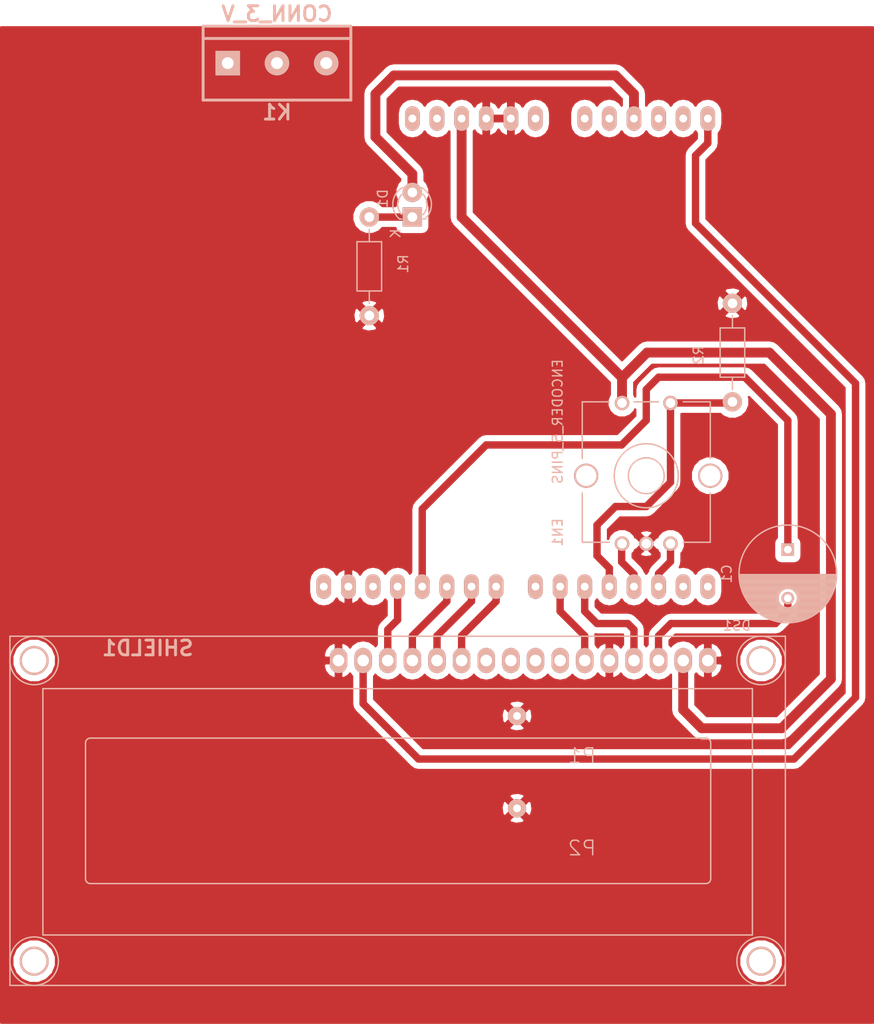
<source format=kicad_pcb>
(kicad_pcb (version 4) (host pcbnew "(2015-07-07 BZR 5906)-product")

  (general
    (links 27)
    (no_connects 1)
    (area 0 0 0 0)
    (thickness 1.6)
    (drawings 0)
    (tracks 79)
    (zones 0)
    (modules 10)
    (nets 36)
  )

  (page A4)
  (layers
    (0 F.Cu signal)
    (31 B.Cu signal)
    (32 B.Adhes user)
    (33 F.Adhes user)
    (34 B.Paste user)
    (35 F.Paste user)
    (36 B.SilkS user)
    (37 F.SilkS user)
    (38 B.Mask user)
    (39 F.Mask user)
    (40 Dwgs.User user)
    (41 Cmts.User user)
    (42 Eco1.User user)
    (43 Eco2.User user)
    (44 Edge.Cuts user)
    (45 Margin user)
    (46 B.CrtYd user)
    (47 F.CrtYd user)
    (48 B.Fab user)
    (49 F.Fab user)
  )

  (setup
    (last_trace_width 0.762)
    (trace_clearance 0.635)
    (zone_clearance 0.508)
    (zone_45_only no)
    (trace_min 0.2)
    (segment_width 0.2)
    (edge_width 0.1)
    (via_size 0.6)
    (via_drill 0.4)
    (via_min_size 0.4)
    (via_min_drill 0.3)
    (uvia_size 0.3)
    (uvia_drill 0.1)
    (uvias_allowed no)
    (uvia_min_size 0)
    (uvia_min_drill 0)
    (pcb_text_width 0.3)
    (pcb_text_size 1.5 1.5)
    (mod_edge_width 0.15)
    (mod_text_size 1 1)
    (mod_text_width 0.15)
    (pad_size 1.5 1.5)
    (pad_drill 0.6)
    (pad_to_mask_clearance 0)
    (aux_axis_origin 0 0)
    (visible_elements FFFFFF3F)
    (pcbplotparams
      (layerselection 0x00030_80000001)
      (usegerberextensions false)
      (excludeedgelayer true)
      (linewidth 0.100000)
      (plotframeref false)
      (viasonmask false)
      (mode 1)
      (useauxorigin false)
      (hpglpennumber 1)
      (hpglpenspeed 20)
      (hpglpendiameter 15)
      (hpglpenoverlay 2)
      (psnegative false)
      (psa4output false)
      (plotreference true)
      (plotvalue true)
      (plotinvisibletext false)
      (padsonsilk false)
      (subtractmaskfromsilk false)
      (outputformat 1)
      (mirror false)
      (drillshape 1)
      (scaleselection 1)
      (outputdirectory ""))
  )

  (net 0 "")
  (net 1 V0)
  (net 2 "Net-(C1-Pad2)")
  (net 3 "Net-(D1-Pad1)")
  (net 4 RELAY)
  (net 5 GND)
  (net 6 VCC)
  (net 7 RS)
  (net 8 "Net-(DS1-Pad7)")
  (net 9 "Net-(DS1-Pad8)")
  (net 10 "Net-(DS1-Pad9)")
  (net 11 "Net-(DS1-Pad10)")
  (net 12 D4)
  (net 13 D5)
  (net 14 D6)
  (net 15 D7)
  (net 16 BKL)
  (net 17 "Net-(EN1-Pad1)")
  (net 18 "Net-(EN1-Pad3)")
  (net 19 BTN)
  (net 20 "Net-(K1-Pad1)")
  (net 21 "Net-(K1-Pad2)")
  (net 22 "Net-(K1-Pad3)")
  (net 23 "Net-(SHIELD1-PadAD4)")
  (net 24 "Net-(SHIELD1-PadAD3)")
  (net 25 "Net-(SHIELD1-PadAD0)")
  (net 26 "Net-(SHIELD1-PadAD1)")
  (net 27 "Net-(SHIELD1-PadV_IN)")
  (net 28 "Net-(SHIELD1-Pad3V3)")
  (net 29 "Net-(SHIELD1-PadRST)")
  (net 30 "Net-(SHIELD1-Pad0)")
  (net 31 "Net-(SHIELD1-Pad1)")
  (net 32 "Net-(SHIELD1-Pad13)")
  (net 33 "Net-(SHIELD1-PadAREF)")
  (net 34 E)
  (net 35 "Net-(SHIELD1-Pad7)")

  (net_class Default "This is the default net class."
    (clearance 0.635)
    (trace_width 0.762)
    (via_dia 0.6)
    (via_drill 0.4)
    (uvia_dia 0.3)
    (uvia_drill 0.1)
    (add_net BKL)
    (add_net BTN)
    (add_net D4)
    (add_net D5)
    (add_net D6)
    (add_net D7)
    (add_net E)
    (add_net "Net-(C1-Pad2)")
    (add_net "Net-(D1-Pad1)")
    (add_net "Net-(DS1-Pad10)")
    (add_net "Net-(DS1-Pad7)")
    (add_net "Net-(DS1-Pad8)")
    (add_net "Net-(DS1-Pad9)")
    (add_net "Net-(EN1-Pad1)")
    (add_net "Net-(EN1-Pad3)")
    (add_net "Net-(K1-Pad1)")
    (add_net "Net-(K1-Pad2)")
    (add_net "Net-(K1-Pad3)")
    (add_net "Net-(SHIELD1-Pad0)")
    (add_net "Net-(SHIELD1-Pad1)")
    (add_net "Net-(SHIELD1-Pad13)")
    (add_net "Net-(SHIELD1-Pad3V3)")
    (add_net "Net-(SHIELD1-Pad7)")
    (add_net "Net-(SHIELD1-PadAD0)")
    (add_net "Net-(SHIELD1-PadAD1)")
    (add_net "Net-(SHIELD1-PadAD3)")
    (add_net "Net-(SHIELD1-PadAD4)")
    (add_net "Net-(SHIELD1-PadAREF)")
    (add_net "Net-(SHIELD1-PadRST)")
    (add_net "Net-(SHIELD1-PadV_IN)")
    (add_net RS)
    (add_net V0)
  )

  (net_class power ""
    (clearance 0.635)
    (trace_width 1.016)
    (via_dia 0.6)
    (via_drill 0.4)
    (uvia_dia 0.3)
    (uvia_drill 0.1)
    (add_net GND)
    (add_net RELAY)
    (add_net VCC)
  )

  (module Capacitors_ThroughHole:C_Radial_D10_L13_P5 (layer B.Cu) (tedit 0) (tstamp 55D4AAEA)
    (at 95.885 97.79 270)
    (descr "Radial Electrolytic Capacitor Diameter 10mm x Length 13mm, Pitch 5mm")
    (tags "Electrolytic Capacitor")
    (path /55D43036)
    (fp_text reference C1 (at 2.5 6.3 270) (layer B.SilkS)
      (effects (font (size 1 1) (thickness 0.15)) (justify mirror))
    )
    (fp_text value 100uF (at 2.5 -6.3 270) (layer B.Fab)
      (effects (font (size 1 1) (thickness 0.15)) (justify mirror))
    )
    (fp_line (start 2.575 4.999) (end 2.575 -4.999) (layer B.SilkS) (width 0.15))
    (fp_line (start 2.715 4.995) (end 2.715 -4.995) (layer B.SilkS) (width 0.15))
    (fp_line (start 2.855 4.987) (end 2.855 -4.987) (layer B.SilkS) (width 0.15))
    (fp_line (start 2.995 4.975) (end 2.995 -4.975) (layer B.SilkS) (width 0.15))
    (fp_line (start 3.135 4.96) (end 3.135 -4.96) (layer B.SilkS) (width 0.15))
    (fp_line (start 3.275 4.94) (end 3.275 -4.94) (layer B.SilkS) (width 0.15))
    (fp_line (start 3.415 4.916) (end 3.415 -4.916) (layer B.SilkS) (width 0.15))
    (fp_line (start 3.555 4.887) (end 3.555 -4.887) (layer B.SilkS) (width 0.15))
    (fp_line (start 3.695 4.855) (end 3.695 -4.855) (layer B.SilkS) (width 0.15))
    (fp_line (start 3.835 4.818) (end 3.835 -4.818) (layer B.SilkS) (width 0.15))
    (fp_line (start 3.975 4.777) (end 3.975 -4.777) (layer B.SilkS) (width 0.15))
    (fp_line (start 4.115 4.732) (end 4.115 0.466) (layer B.SilkS) (width 0.15))
    (fp_line (start 4.115 -0.466) (end 4.115 -4.732) (layer B.SilkS) (width 0.15))
    (fp_line (start 4.255 4.682) (end 4.255 0.667) (layer B.SilkS) (width 0.15))
    (fp_line (start 4.255 -0.667) (end 4.255 -4.682) (layer B.SilkS) (width 0.15))
    (fp_line (start 4.395 4.627) (end 4.395 0.796) (layer B.SilkS) (width 0.15))
    (fp_line (start 4.395 -0.796) (end 4.395 -4.627) (layer B.SilkS) (width 0.15))
    (fp_line (start 4.535 4.567) (end 4.535 0.885) (layer B.SilkS) (width 0.15))
    (fp_line (start 4.535 -0.885) (end 4.535 -4.567) (layer B.SilkS) (width 0.15))
    (fp_line (start 4.675 4.502) (end 4.675 0.946) (layer B.SilkS) (width 0.15))
    (fp_line (start 4.675 -0.946) (end 4.675 -4.502) (layer B.SilkS) (width 0.15))
    (fp_line (start 4.815 4.432) (end 4.815 0.983) (layer B.SilkS) (width 0.15))
    (fp_line (start 4.815 -0.983) (end 4.815 -4.432) (layer B.SilkS) (width 0.15))
    (fp_line (start 4.955 4.356) (end 4.955 0.999) (layer B.SilkS) (width 0.15))
    (fp_line (start 4.955 -0.999) (end 4.955 -4.356) (layer B.SilkS) (width 0.15))
    (fp_line (start 5.095 4.274) (end 5.095 0.995) (layer B.SilkS) (width 0.15))
    (fp_line (start 5.095 -0.995) (end 5.095 -4.274) (layer B.SilkS) (width 0.15))
    (fp_line (start 5.235 4.186) (end 5.235 0.972) (layer B.SilkS) (width 0.15))
    (fp_line (start 5.235 -0.972) (end 5.235 -4.186) (layer B.SilkS) (width 0.15))
    (fp_line (start 5.375 4.091) (end 5.375 0.927) (layer B.SilkS) (width 0.15))
    (fp_line (start 5.375 -0.927) (end 5.375 -4.091) (layer B.SilkS) (width 0.15))
    (fp_line (start 5.515 3.989) (end 5.515 0.857) (layer B.SilkS) (width 0.15))
    (fp_line (start 5.515 -0.857) (end 5.515 -3.989) (layer B.SilkS) (width 0.15))
    (fp_line (start 5.655 3.879) (end 5.655 0.756) (layer B.SilkS) (width 0.15))
    (fp_line (start 5.655 -0.756) (end 5.655 -3.879) (layer B.SilkS) (width 0.15))
    (fp_line (start 5.795 3.761) (end 5.795 0.607) (layer B.SilkS) (width 0.15))
    (fp_line (start 5.795 -0.607) (end 5.795 -3.761) (layer B.SilkS) (width 0.15))
    (fp_line (start 5.935 3.633) (end 5.935 0.355) (layer B.SilkS) (width 0.15))
    (fp_line (start 5.935 -0.355) (end 5.935 -3.633) (layer B.SilkS) (width 0.15))
    (fp_line (start 6.075 3.496) (end 6.075 -3.496) (layer B.SilkS) (width 0.15))
    (fp_line (start 6.215 3.346) (end 6.215 -3.346) (layer B.SilkS) (width 0.15))
    (fp_line (start 6.355 3.184) (end 6.355 -3.184) (layer B.SilkS) (width 0.15))
    (fp_line (start 6.495 3.007) (end 6.495 -3.007) (layer B.SilkS) (width 0.15))
    (fp_line (start 6.635 2.811) (end 6.635 -2.811) (layer B.SilkS) (width 0.15))
    (fp_line (start 6.775 2.593) (end 6.775 -2.593) (layer B.SilkS) (width 0.15))
    (fp_line (start 6.915 2.347) (end 6.915 -2.347) (layer B.SilkS) (width 0.15))
    (fp_line (start 7.055 2.062) (end 7.055 -2.062) (layer B.SilkS) (width 0.15))
    (fp_line (start 7.195 1.72) (end 7.195 -1.72) (layer B.SilkS) (width 0.15))
    (fp_line (start 7.335 1.274) (end 7.335 -1.274) (layer B.SilkS) (width 0.15))
    (fp_line (start 7.475 0.499) (end 7.475 -0.499) (layer B.SilkS) (width 0.15))
    (fp_circle (center 5 0) (end 5 1) (layer B.SilkS) (width 0.15))
    (fp_circle (center 2.5 0) (end 2.5 5.0375) (layer B.SilkS) (width 0.15))
    (fp_circle (center 2.5 0) (end 2.5 5.3) (layer B.CrtYd) (width 0.05))
    (pad 1 thru_hole rect (at 0 0 270) (size 1.3 1.3) (drill 0.8) (layers *.Cu *.Mask B.SilkS)
      (net 1 V0))
    (pad 2 thru_hole circle (at 5 0 270) (size 1.3 1.3) (drill 0.8) (layers *.Cu *.Mask B.SilkS)
      (net 2 "Net-(C1-Pad2)"))
    (model Capacitors_ThroughHole.3dshapes/C_Radial_D10_L13_P5.wrl
      (at (xyz 0.0984252 0 0))
      (scale (xyz 1 1 1))
      (rotate (xyz 0 0 90))
    )
  )

  (module LEDs:LED-3MM (layer B.Cu) (tedit 559B82F6) (tstamp 55D4AAF0)
    (at 57.15 63.5 90)
    (descr "LED 3mm round vertical")
    (tags "LED  3mm round vertical")
    (path /55D4AB4B)
    (fp_text reference D1 (at 1.91 -3.06 90) (layer B.SilkS)
      (effects (font (size 1 1) (thickness 0.15)) (justify mirror))
    )
    (fp_text value LED (at 1.3 2.9 90) (layer B.Fab)
      (effects (font (size 1 1) (thickness 0.15)) (justify mirror))
    )
    (fp_line (start -1.2 -2.3) (end 3.8 -2.3) (layer B.CrtYd) (width 0.05))
    (fp_line (start 3.8 -2.3) (end 3.8 2.2) (layer B.CrtYd) (width 0.05))
    (fp_line (start 3.8 2.2) (end -1.2 2.2) (layer B.CrtYd) (width 0.05))
    (fp_line (start -1.2 2.2) (end -1.2 -2.3) (layer B.CrtYd) (width 0.05))
    (fp_line (start -0.199 -1.314) (end -0.199 -1.114) (layer B.SilkS) (width 0.15))
    (fp_line (start -0.199 1.28) (end -0.199 1.1) (layer B.SilkS) (width 0.15))
    (fp_arc (start 1.301 -0.034) (end -0.199 1.286) (angle -108.5) (layer B.SilkS) (width 0.15))
    (fp_arc (start 1.301 -0.034) (end 0.25 1.1) (angle -85.7) (layer B.SilkS) (width 0.15))
    (fp_arc (start 1.311 -0.034) (end 3.051 -0.994) (angle -110) (layer B.SilkS) (width 0.15))
    (fp_arc (start 1.301 -0.034) (end 2.335 -1.094) (angle -87.5) (layer B.SilkS) (width 0.15))
    (fp_text user K (at -1.69 -1.74 90) (layer B.SilkS)
      (effects (font (size 1 1) (thickness 0.15)) (justify mirror))
    )
    (pad 1 thru_hole rect (at 0 0) (size 2 2) (drill 1.00076) (layers *.Cu *.Mask B.SilkS)
      (net 3 "Net-(D1-Pad1)"))
    (pad 2 thru_hole circle (at 2.54 0 90) (size 2 2) (drill 1.00076) (layers *.Cu *.Mask B.SilkS)
      (net 4 RELAY))
    (model LEDs.3dshapes/LED-3MM.wrl
      (at (xyz 0.05 0 0))
      (scale (xyz 1 1 1))
      (rotate (xyz 0 0 90))
    )
  )

  (module Display:WC1602A (layer B.Cu) (tedit 0) (tstamp 55D4AB08)
    (at 87.63 109.22 180)
    (descr http://www.kamami.pl/dl/wc1602a0.pdf)
    (tags "LCD 16x2 Alphanumeric 16pin")
    (path /55D36442)
    (fp_text reference DS1 (at -2.99974 3.59918 180) (layer B.SilkS)
      (effects (font (size 1 1) (thickness 0.15)) (justify mirror))
    )
    (fp_text value LCD16X2 (at 31.99892 -15.49908 180) (layer B.Fab)
      (effects (font (size 1 1) (thickness 0.15)) (justify mirror))
    )
    (fp_line (start 0.20066 -8.001) (end 63.70066 -8.001) (layer B.SilkS) (width 0.15))
    (fp_line (start -0.29972 -22.49932) (end -0.29972 -8.49884) (layer B.SilkS) (width 0.15))
    (fp_line (start 63.70066 -22.9997) (end 0.20066 -22.9997) (layer B.SilkS) (width 0.15))
    (fp_line (start 64.20104 -8.49884) (end 64.20104 -22.49932) (layer B.SilkS) (width 0.15))
    (fp_arc (start 63.70066 -8.49884) (end 63.70066 -8.001) (angle -90) (layer B.SilkS) (width 0.15))
    (fp_arc (start 63.70066 -22.49932) (end 64.20104 -22.49932) (angle -90) (layer B.SilkS) (width 0.15))
    (fp_arc (start 0.20066 -22.49932) (end 0.20066 -22.9997) (angle -90) (layer B.SilkS) (width 0.15))
    (fp_arc (start 0.20066 -8.49884) (end -0.29972 -8.49884) (angle -90) (layer B.SilkS) (width 0.15))
    (fp_line (start -4.59994 -2.90068) (end 68.60032 -2.90068) (layer B.SilkS) (width 0.15))
    (fp_line (start 68.60032 -2.90068) (end 68.60032 -28.30068) (layer B.SilkS) (width 0.15))
    (fp_line (start 68.60032 -28.30068) (end -4.59994 -28.30068) (layer B.SilkS) (width 0.15))
    (fp_line (start -4.59994 -28.30068) (end -4.59994 -2.90068) (layer B.SilkS) (width 0.15))
    (fp_circle (center 69.49948 0) (end 71.99884 0) (layer B.SilkS) (width 0.15))
    (fp_circle (center 69.49948 -31.0007) (end 71.99884 -31.0007) (layer B.SilkS) (width 0.15))
    (fp_circle (center -5.4991 -31.0007) (end -8.001 -31.0007) (layer B.SilkS) (width 0.15))
    (fp_circle (center -5.4991 0) (end -2.99974 0) (layer B.SilkS) (width 0.15))
    (fp_line (start -8.001 2.49936) (end 71.99884 2.49936) (layer B.SilkS) (width 0.15))
    (fp_line (start 71.99884 2.49936) (end 71.99884 -33.50006) (layer B.SilkS) (width 0.15))
    (fp_line (start 71.99884 -33.50006) (end -8.001 -33.50006) (layer B.SilkS) (width 0.15))
    (fp_line (start -8.001 -33.50006) (end -8.001 2.49936) (layer B.SilkS) (width 0.15))
    (pad 1 thru_hole oval (at 0 0 180) (size 1.8 2.6) (drill 1.2) (layers *.Cu *.Mask B.SilkS)
      (net 5 GND))
    (pad 2 thru_hole oval (at 2.54 0 180) (size 1.8 2.6) (drill 1.2) (layers *.Cu *.Mask B.SilkS)
      (net 6 VCC))
    (pad 3 thru_hole oval (at 5.08 0 180) (size 1.8 2.6) (drill 1.2) (layers *.Cu *.Mask B.SilkS)
      (net 2 "Net-(C1-Pad2)"))
    (pad 4 thru_hole oval (at 7.62 0 180) (size 1.8 2.6) (drill 1.2) (layers *.Cu *.Mask B.SilkS)
      (net 7 RS))
    (pad 5 thru_hole oval (at 10.16 0 180) (size 1.8 2.6) (drill 1.2) (layers *.Cu *.Mask B.SilkS)
      (net 5 GND))
    (pad 6 thru_hole oval (at 12.7 0 180) (size 1.8 2.6) (drill 1.2) (layers *.Cu *.Mask B.SilkS)
      (net 34 E))
    (pad 7 thru_hole oval (at 15.24 0 180) (size 1.8 2.6) (drill 1.2) (layers *.Cu *.Mask B.SilkS)
      (net 8 "Net-(DS1-Pad7)"))
    (pad 8 thru_hole oval (at 17.78 0 180) (size 1.8 2.6) (drill 1.2) (layers *.Cu *.Mask B.SilkS)
      (net 9 "Net-(DS1-Pad8)"))
    (pad 9 thru_hole oval (at 20.32 0 180) (size 1.8 2.6) (drill 1.2) (layers *.Cu *.Mask B.SilkS)
      (net 10 "Net-(DS1-Pad9)"))
    (pad 10 thru_hole oval (at 22.86 0 180) (size 1.8 2.6) (drill 1.2) (layers *.Cu *.Mask B.SilkS)
      (net 11 "Net-(DS1-Pad10)"))
    (pad 11 thru_hole oval (at 25.4 0 180) (size 1.8 2.6) (drill 1.2) (layers *.Cu *.Mask B.SilkS)
      (net 12 D4))
    (pad 12 thru_hole oval (at 27.94 0 180) (size 1.8 2.6) (drill 1.2) (layers *.Cu *.Mask B.SilkS)
      (net 13 D5))
    (pad 13 thru_hole oval (at 30.48 0 180) (size 1.8 2.6) (drill 1.2) (layers *.Cu *.Mask B.SilkS)
      (net 14 D6))
    (pad 14 thru_hole oval (at 33.02 0 180) (size 1.8 2.6) (drill 1.2) (layers *.Cu *.Mask B.SilkS)
      (net 15 D7))
    (pad 15 thru_hole oval (at 35.56 0 180) (size 1.8 2.6) (drill 1.2) (layers *.Cu *.Mask B.SilkS)
      (net 16 BKL))
    (pad 16 thru_hole oval (at 38.1 0 180) (size 1.8 2.6) (drill 1.2) (layers *.Cu *.Mask B.SilkS)
      (net 5 GND))
    (pad 0 thru_hole circle (at -5.4991 0 180) (size 3 3) (drill 2.5) (layers *.Cu *.Mask B.SilkS))
    (pad 0 thru_hole circle (at -5.4991 -31.0007 180) (size 3 3) (drill 2.5) (layers *.Cu *.Mask B.SilkS))
    (pad 0 thru_hole circle (at 69.49948 -31.0007 180) (size 3 3) (drill 2.5) (layers *.Cu *.Mask B.SilkS))
    (pad 0 thru_hole circle (at 69.49948 0 180) (size 3 3) (drill 2.5) (layers *.Cu *.Mask B.SilkS))
  )

  (module library:ENCODER_5_PINS (layer B.Cu) (tedit 0) (tstamp 55D4AB13)
    (at 81.28 90.17 90)
    (path /55D365E3)
    (fp_text reference EN1 (at -5.842 -9.144 90) (layer B.SilkS)
      (effects (font (size 1 1) (thickness 0.15)) (justify mirror))
    )
    (fp_text value ENCODER_5_PINS (at 5.588 -9.144 90) (layer B.SilkS)
      (effects (font (size 1 1) (thickness 0.15)) (justify mirror))
    )
    (fp_line (start 7.62 6.604) (end 7.62 3.81) (layer B.SilkS) (width 0.15))
    (fp_line (start 7.62 -1.27) (end 7.62 1.27) (layer B.SilkS) (width 0.15))
    (fp_line (start 7.62 -3.81) (end 7.62 -6.604) (layer B.SilkS) (width 0.15))
    (fp_line (start -6.858 -6.604) (end -1.778 -6.604) (layer B.SilkS) (width 0.15))
    (fp_line (start -6.858 -3.81) (end -6.858 -6.604) (layer B.SilkS) (width 0.15))
    (fp_line (start -6.858 6.604) (end -6.858 3.81) (layer B.SilkS) (width 0.15))
    (fp_circle (center 0 0) (end -0.508 1.778) (layer B.SilkS) (width 0.15))
    (fp_circle (center 0 0) (end -1.27 3.048) (layer B.SilkS) (width 0.15))
    (fp_line (start 7.62 -6.604) (end 1.778 -6.604) (layer B.SilkS) (width 0.15))
    (fp_line (start 1.778 6.604) (end 7.62 6.604) (layer B.SilkS) (width 0.15))
    (fp_line (start -6.858 6.604) (end -1.778 6.604) (layer B.SilkS) (width 0.15))
    (pad 1 thru_hole circle (at -7 2.5 90) (size 1.5 1.5) (drill 1) (layers *.Cu *.Mask B.SilkS)
      (net 17 "Net-(EN1-Pad1)"))
    (pad 2 thru_hole circle (at -7 0 90) (size 1.5 1.5) (drill 1) (layers *.Cu *.Mask B.SilkS)
      (net 5 GND))
    (pad 3 thru_hole circle (at -7 -2.5 90) (size 1.5 1.5) (drill 1) (layers *.Cu *.Mask B.SilkS)
      (net 18 "Net-(EN1-Pad3)"))
    (pad 4 thru_hole circle (at 7.5 2.5 90) (size 1.5 1.5) (drill 1) (layers *.Cu *.Mask B.SilkS)
      (net 19 BTN))
    (pad 5 thru_hole circle (at 7.5 -2.5 90) (size 1.5 1.5) (drill 1) (layers *.Cu *.Mask B.SilkS)
      (net 6 VCC))
    (pad "" np_thru_hole circle (at 0 6.6 90) (size 2.5 2.5) (drill 2.1) (layers *.Cu *.Mask B.SilkS))
    (pad "" np_thru_hole circle (at 0 -6.2 90) (size 2.5 2.5) (drill 2.1) (layers *.Cu *.Mask B.SilkS))
  )

  (module borniers:bornier3_V (layer B.Cu) (tedit 49E2F8FB) (tstamp 55D4AB1A)
    (at 43.18 47.625)
    (descr "Bornier d'alimentation 3 pins")
    (tags DEV)
    (path /55D36620)
    (fp_text reference K1 (at 0 5.08) (layer B.SilkS)
      (effects (font (thickness 0.3048)) (justify mirror))
    )
    (fp_text value CONN_3_V (at 0 -5.08) (layer B.SilkS)
      (effects (font (thickness 0.3048)) (justify mirror))
    )
    (fp_line (start -7.62 -3.81) (end -7.62 3.81) (layer B.SilkS) (width 0.3048))
    (fp_line (start 7.62 -3.81) (end 7.62 3.81) (layer B.SilkS) (width 0.3048))
    (fp_line (start -7.62 -2.54) (end 7.62 -2.54) (layer B.SilkS) (width 0.3048))
    (fp_line (start -7.62 3.81) (end 7.62 3.81) (layer B.SilkS) (width 0.3048))
    (fp_line (start -7.62 -3.81) (end 7.62 -3.81) (layer B.SilkS) (width 0.3048))
    (pad 1 thru_hole rect (at -5.08 0) (size 2.54 2.54) (drill 1.22428) (layers *.Cu *.Mask B.SilkS)
      (net 20 "Net-(K1-Pad1)"))
    (pad 2 thru_hole circle (at 0 0) (size 2.54 2.54) (drill 1.22428) (layers *.Cu *.Mask B.SilkS)
      (net 21 "Net-(K1-Pad2)"))
    (pad 3 thru_hole circle (at 5.08 0) (size 2.54 2.54) (drill 1.22428) (layers *.Cu *.Mask B.SilkS)
      (net 22 "Net-(K1-Pad3)"))
    (model borniers/bornier_3.wrl
      (at (xyz 0 0 0))
      (scale (xyz 1 1 1))
      (rotate (xyz 0 0 0))
    )
  )

  (module Resistors_ThroughHole:Resistor_Horizontal_RM10mm (layer B.Cu) (tedit 53F56209) (tstamp 55D4AB20)
    (at 52.705 68.58 90)
    (descr "Resistor, Axial,  RM 10mm, 1/3W,")
    (tags "Resistor, Axial, RM 10mm, 1/3W,")
    (path /55D4AA7B)
    (fp_text reference R1 (at 0.24892 3.50012 90) (layer B.SilkS)
      (effects (font (size 1 1) (thickness 0.15)) (justify mirror))
    )
    (fp_text value 10K (at 3.81 -3.81 90) (layer B.Fab)
      (effects (font (size 1 1) (thickness 0.15)) (justify mirror))
    )
    (fp_line (start -2.54 1.27) (end 2.54 1.27) (layer B.SilkS) (width 0.15))
    (fp_line (start 2.54 1.27) (end 2.54 -1.27) (layer B.SilkS) (width 0.15))
    (fp_line (start 2.54 -1.27) (end -2.54 -1.27) (layer B.SilkS) (width 0.15))
    (fp_line (start -2.54 -1.27) (end -2.54 1.27) (layer B.SilkS) (width 0.15))
    (fp_line (start -2.54 0) (end -3.81 0) (layer B.SilkS) (width 0.15))
    (fp_line (start 2.54 0) (end 3.81 0) (layer B.SilkS) (width 0.15))
    (pad 1 thru_hole circle (at -5.08 0 90) (size 1.99898 1.99898) (drill 1.00076) (layers *.Cu *.SilkS *.Mask)
      (net 5 GND))
    (pad 2 thru_hole circle (at 5.08 0 90) (size 1.99898 1.99898) (drill 1.00076) (layers *.Cu *.SilkS *.Mask)
      (net 3 "Net-(D1-Pad1)"))
    (model Resistors_ThroughHole.3dshapes/Resistor_Horizontal_RM10mm.wrl
      (at (xyz 0 0 0))
      (scale (xyz 0.4 0.4 0.4))
      (rotate (xyz 0 0 0))
    )
  )

  (module Resistors_ThroughHole:Resistor_Horizontal_RM10mm (layer B.Cu) (tedit 53F56209) (tstamp 55D4AB26)
    (at 90.17 77.47 270)
    (descr "Resistor, Axial,  RM 10mm, 1/3W,")
    (tags "Resistor, Axial, RM 10mm, 1/3W,")
    (path /55D49535)
    (fp_text reference R2 (at 0.24892 3.50012 270) (layer B.SilkS)
      (effects (font (size 1 1) (thickness 0.15)) (justify mirror))
    )
    (fp_text value 10K (at 3.81 -3.81 270) (layer B.Fab)
      (effects (font (size 1 1) (thickness 0.15)) (justify mirror))
    )
    (fp_line (start -2.54 1.27) (end 2.54 1.27) (layer B.SilkS) (width 0.15))
    (fp_line (start 2.54 1.27) (end 2.54 -1.27) (layer B.SilkS) (width 0.15))
    (fp_line (start 2.54 -1.27) (end -2.54 -1.27) (layer B.SilkS) (width 0.15))
    (fp_line (start -2.54 -1.27) (end -2.54 1.27) (layer B.SilkS) (width 0.15))
    (fp_line (start -2.54 0) (end -3.81 0) (layer B.SilkS) (width 0.15))
    (fp_line (start 2.54 0) (end 3.81 0) (layer B.SilkS) (width 0.15))
    (pad 1 thru_hole circle (at -5.08 0 270) (size 1.99898 1.99898) (drill 1.00076) (layers *.Cu *.SilkS *.Mask)
      (net 5 GND))
    (pad 2 thru_hole circle (at 5.08 0 270) (size 1.99898 1.99898) (drill 1.00076) (layers *.Cu *.SilkS *.Mask)
      (net 19 BTN))
    (model Resistors_ThroughHole.3dshapes/Resistor_Horizontal_RM10mm.wrl
      (at (xyz 0 0 0))
      (scale (xyz 0.4 0.4 0.4))
      (rotate (xyz 0 0 0))
    )
  )

  (module arduino_shields:ARDUINO_SHIELD_2 (layer B.Cu) (tedit 4DE3FAAE) (tstamp 55D4AB46)
    (at 24.13 50.8)
    (path /55D363D2)
    (fp_text reference SHIELD1 (at 5.715 57.15) (layer B.SilkS)
      (effects (font (thickness 0.3048)) (justify mirror))
    )
    (fp_text value ARDUINO_SHIELD (at 10.16 54.61) (layer B.SilkS) hide
      (effects (font (thickness 0.3048)) (justify mirror))
    )
    (fp_line (start 0 44.45) (end 10.16 44.45) (layer Dwgs.User) (width 0.381))
    (fp_line (start 10.16 44.45) (end 10.16 31.75) (layer Dwgs.User) (width 0.381))
    (fp_line (start 10.16 31.75) (end 0 31.75) (layer Dwgs.User) (width 0.381))
    (fp_line (start 12.7 4.318) (end 0 4.318) (layer Dwgs.User) (width 0.381))
    (fp_line (start 0 12.7) (end 12.7 12.7) (layer Dwgs.User) (width 0.381))
    (fp_line (start 12.7 12.7) (end 12.7 4.572) (layer Dwgs.User) (width 0.381))
    (fp_circle (center 13.97 2.54) (end 16.002 1.524) (layer Dwgs.User) (width 0.381))
    (fp_circle (center 15.24 50.8) (end 16.764 49.276) (layer Dwgs.User) (width 0.381))
    (fp_circle (center 66.04 7.62) (end 67.31 6.096) (layer Dwgs.User) (width 0.381))
    (fp_circle (center 66.04 35.56) (end 67.31 34.036) (layer Dwgs.User) (width 0.381))
    (fp_line (start 66.04 40.64) (end 66.04 52.07) (layer Dwgs.User) (width 0.381))
    (fp_line (start 66.04 52.07) (end 64.77 53.34) (layer Dwgs.User) (width 0.381))
    (fp_line (start 64.77 53.34) (end 0 53.34) (layer Dwgs.User) (width 0.381))
    (fp_line (start 66.04 0) (end 0 0) (layer Dwgs.User) (width 0.381))
    (fp_line (start 0 0) (end 0 53.34) (layer Dwgs.User) (width 0.381))
    (fp_line (start 66.04 40.64) (end 68.58 38.1) (layer Dwgs.User) (width 0.381))
    (fp_line (start 68.58 38.1) (end 68.58 5.08) (layer Dwgs.User) (width 0.381))
    (fp_line (start 68.58 5.08) (end 66.04 2.54) (layer Dwgs.User) (width 0.381))
    (fp_line (start 66.04 2.54) (end 66.04 0) (layer Dwgs.User) (width 0.381))
    (pad AD5 thru_hole oval (at 63.5 2.54 270) (size 2.54 1.524) (drill 0.8128) (layers *.Cu *.Mask B.SilkS)
      (net 16 BKL))
    (pad AD4 thru_hole oval (at 60.96 2.54 270) (size 2.54 1.524) (drill 0.8128) (layers *.Cu *.Mask B.SilkS)
      (net 23 "Net-(SHIELD1-PadAD4)"))
    (pad AD3 thru_hole oval (at 58.42 2.54 270) (size 2.54 1.524) (drill 0.8128) (layers *.Cu *.Mask B.SilkS)
      (net 24 "Net-(SHIELD1-PadAD3)"))
    (pad AD0 thru_hole oval (at 50.8 2.54 270) (size 2.54 1.524) (drill 0.8128) (layers *.Cu *.Mask B.SilkS)
      (net 25 "Net-(SHIELD1-PadAD0)"))
    (pad AD1 thru_hole oval (at 53.34 2.54 270) (size 2.54 1.524) (drill 0.8128) (layers *.Cu *.Mask B.SilkS)
      (net 26 "Net-(SHIELD1-PadAD1)"))
    (pad AD2 thru_hole oval (at 55.88 2.54 270) (size 2.54 1.524) (drill 0.8128) (layers *.Cu *.Mask B.SilkS)
      (net 4 RELAY))
    (pad V_IN thru_hole oval (at 45.72 2.54 270) (size 2.54 1.524) (drill 0.8128) (layers *.Cu *.Mask B.SilkS)
      (net 27 "Net-(SHIELD1-PadV_IN)"))
    (pad GND2 thru_hole oval (at 43.18 2.54 270) (size 2.54 1.524) (drill 0.8128) (layers *.Cu *.Mask B.SilkS)
      (net 5 GND))
    (pad GND1 thru_hole oval (at 40.64 2.54 270) (size 2.54 1.524) (drill 0.8128) (layers *.Cu *.Mask B.SilkS)
      (net 5 GND))
    (pad 3V3 thru_hole oval (at 35.56 2.54 270) (size 2.54 1.524) (drill 0.8128) (layers *.Cu *.Mask B.SilkS)
      (net 28 "Net-(SHIELD1-Pad3V3)"))
    (pad RST thru_hole oval (at 33.02 2.54 270) (size 2.54 1.524) (drill 0.8128) (layers *.Cu *.Mask B.SilkS)
      (net 29 "Net-(SHIELD1-PadRST)"))
    (pad 0 thru_hole oval (at 63.5 50.8 270) (size 2.54 1.524) (drill 0.8128) (layers *.Cu *.Mask B.SilkS)
      (net 30 "Net-(SHIELD1-Pad0)"))
    (pad 1 thru_hole oval (at 60.96 50.8 270) (size 2.54 1.524) (drill 0.8128) (layers *.Cu *.Mask B.SilkS)
      (net 31 "Net-(SHIELD1-Pad1)"))
    (pad 2 thru_hole oval (at 58.42 50.8 270) (size 2.54 1.524) (drill 0.8128) (layers *.Cu *.Mask B.SilkS)
      (net 17 "Net-(EN1-Pad1)"))
    (pad 3 thru_hole oval (at 55.88 50.8 270) (size 2.54 1.524) (drill 0.8128) (layers *.Cu *.Mask B.SilkS)
      (net 18 "Net-(EN1-Pad3)"))
    (pad 4 thru_hole oval (at 53.34 50.8 270) (size 2.54 1.524) (drill 0.8128) (layers *.Cu *.Mask B.SilkS)
      (net 19 BTN))
    (pad 5 thru_hole oval (at 50.8 50.8 270) (size 2.54 1.524) (drill 0.8128) (layers *.Cu *.Mask B.SilkS)
      (net 7 RS))
    (pad 6 thru_hole oval (at 48.26 50.8 270) (size 2.54 1.524) (drill 0.8128) (layers *.Cu *.Mask B.SilkS)
      (net 34 E))
    (pad 7 thru_hole oval (at 45.72 50.8 270) (size 2.54 1.524) (drill 0.8128) (layers *.Cu *.Mask B.SilkS)
      (net 35 "Net-(SHIELD1-Pad7)"))
    (pad 8 thru_hole oval (at 41.656 50.8 270) (size 2.54 1.524) (drill 0.8128) (layers *.Cu *.Mask B.SilkS)
      (net 12 D4))
    (pad 9 thru_hole oval (at 39.116 50.8 270) (size 2.54 1.524) (drill 0.8128) (layers *.Cu *.Mask B.SilkS)
      (net 13 D5))
    (pad 10 thru_hole oval (at 36.576 50.8 270) (size 2.54 1.524) (drill 0.8128) (layers *.Cu *.Mask B.SilkS)
      (net 14 D6))
    (pad 11 thru_hole oval (at 34.036 50.8 270) (size 2.54 1.524) (drill 0.8128) (layers *.Cu *.Mask B.SilkS)
      (net 1 V0))
    (pad 12 thru_hole oval (at 31.496 50.8 270) (size 2.54 1.524) (drill 0.8128) (layers *.Cu *.Mask B.SilkS)
      (net 15 D7))
    (pad 13 thru_hole oval (at 28.956 50.8 270) (size 2.54 1.524) (drill 0.8128) (layers *.Cu *.Mask B.SilkS)
      (net 32 "Net-(SHIELD1-Pad13)"))
    (pad GND3 thru_hole oval (at 26.416 50.8 270) (size 2.54 1.524) (drill 0.8128) (layers *.Cu *.Mask B.SilkS)
      (net 5 GND))
    (pad AREF thru_hole oval (at 23.876 50.8 270) (size 2.54 1.524) (drill 0.8128) (layers *.Cu *.Mask B.SilkS)
      (net 33 "Net-(SHIELD1-PadAREF)"))
    (pad 5V thru_hole oval (at 38.1 2.54 270) (size 2.54 1.524) (drill 0.8128) (layers *.Cu *.Mask B.SilkS)
      (net 6 VCC))
  )

  (module library:header1x01 (layer B.Cu) (tedit 55CC6CFB) (tstamp 55D4B07F)
    (at 67.945 114.935)
    (path /55D4C277)
    (fp_text reference P1 (at 6.7 4.1) (layer B.SilkS)
      (effects (font (size 1.5 1.5) (thickness 0.15)) (justify mirror))
    )
    (fp_text value CONN_01X01 (at 0 4.1) (layer B.Fab)
      (effects (font (size 1.5 1.5) (thickness 0.15)) (justify mirror))
    )
    (pad 1 thru_hole circle (at 0 0) (size 1.9 1.9) (drill 0.8) (layers *.Cu *.Mask B.SilkS)
      (net 5 GND))
  )

  (module library:header1x01 (layer B.Cu) (tedit 55CC6CFB) (tstamp 55D4B084)
    (at 67.945 124.46)
    (path /55D4C211)
    (fp_text reference P2 (at 6.7 4.1) (layer B.SilkS)
      (effects (font (size 1.5 1.5) (thickness 0.15)) (justify mirror))
    )
    (fp_text value CONN_01X01 (at 0 4.1) (layer B.Fab)
      (effects (font (size 1.5 1.5) (thickness 0.15)) (justify mirror))
    )
    (pad 1 thru_hole circle (at 0 0) (size 1.9 1.9) (drill 0.8) (layers *.Cu *.Mask B.SilkS)
      (net 5 GND))
  )

  (segment (start 95.885 97.79) (end 95.885 84.455) (width 0.762) (layer F.Cu) (net 1))
  (segment (start 58.166 93.599) (end 58.166 101.6) (width 0.762) (layer F.Cu) (net 1) (tstamp 55D4AD7A))
  (segment (start 64.77 86.995) (end 58.166 93.599) (width 0.762) (layer F.Cu) (net 1) (tstamp 55D4AD78))
  (segment (start 78.74 86.995) (end 64.77 86.995) (width 0.762) (layer F.Cu) (net 1) (tstamp 55D4AD76))
  (segment (start 81.28 84.455) (end 78.74 86.995) (width 0.762) (layer F.Cu) (net 1) (tstamp 55D4AD75))
  (segment (start 81.28 81.28) (end 81.28 84.455) (width 0.762) (layer F.Cu) (net 1) (tstamp 55D4AD74))
  (segment (start 82.55 80.01) (end 81.28 81.28) (width 0.762) (layer F.Cu) (net 1) (tstamp 55D4AD73))
  (segment (start 91.44 80.01) (end 82.55 80.01) (width 0.762) (layer F.Cu) (net 1) (tstamp 55D4AD71))
  (segment (start 95.885 84.455) (end 91.44 80.01) (width 0.762) (layer F.Cu) (net 1) (tstamp 55D4AD6E))
  (segment (start 95.885 102.79) (end 95.885 104.14) (width 0.762) (layer F.Cu) (net 2))
  (segment (start 82.55 106.68) (end 82.55 109.22) (width 0.762) (layer F.Cu) (net 2) (tstamp 55D4AD55))
  (segment (start 83.82 105.41) (end 82.55 106.68) (width 0.762) (layer F.Cu) (net 2) (tstamp 55D4AD53))
  (segment (start 94.615 105.41) (end 83.82 105.41) (width 0.762) (layer F.Cu) (net 2) (tstamp 55D4AD51))
  (segment (start 95.885 104.14) (end 94.615 105.41) (width 0.762) (layer F.Cu) (net 2) (tstamp 55D4AD50))
  (segment (start 57.15 63.5) (end 52.705 63.5) (width 0.762) (layer F.Cu) (net 3))
  (segment (start 80.01 53.34) (end 80.01 50.8) (width 1.016) (layer F.Cu) (net 4))
  (segment (start 57.15 59.055) (end 57.15 60.96) (width 1.016) (layer F.Cu) (net 4) (tstamp 55D4ADE8))
  (segment (start 53.34 55.245) (end 57.15 59.055) (width 1.016) (layer F.Cu) (net 4) (tstamp 55D4ADE7))
  (segment (start 53.34 50.8) (end 53.34 55.245) (width 1.016) (layer F.Cu) (net 4) (tstamp 55D4ADE6))
  (segment (start 55.245 48.895) (end 53.34 50.8) (width 1.016) (layer F.Cu) (net 4) (tstamp 55D4ADE5))
  (segment (start 78.105 48.895) (end 55.245 48.895) (width 1.016) (layer F.Cu) (net 4) (tstamp 55D4ADE2))
  (segment (start 80.01 50.8) (end 78.105 48.895) (width 1.016) (layer F.Cu) (net 4) (tstamp 55D4ADE1))
  (segment (start 85.09 109.22) (end 85.09 114.3) (width 1.016) (layer F.Cu) (net 6))
  (segment (start 81.36 77.47) (end 78.78 80.05) (width 1.016) (layer F.Cu) (net 6) (tstamp 55D4AD8B))
  (segment (start 93.98 77.47) (end 81.36 77.47) (width 1.016) (layer F.Cu) (net 6) (tstamp 55D4AD89))
  (segment (start 100.33 83.82) (end 93.98 77.47) (width 1.016) (layer F.Cu) (net 6) (tstamp 55D4AD87))
  (segment (start 100.33 111.125) (end 100.33 83.82) (width 1.016) (layer F.Cu) (net 6) (tstamp 55D4AD85))
  (segment (start 95.25 116.205) (end 100.33 111.125) (width 1.016) (layer F.Cu) (net 6) (tstamp 55D4AD82))
  (segment (start 86.995 116.205) (end 95.25 116.205) (width 1.016) (layer F.Cu) (net 6) (tstamp 55D4AD81))
  (segment (start 85.09 114.3) (end 86.995 116.205) (width 1.016) (layer F.Cu) (net 6) (tstamp 55D4AD80))
  (segment (start 62.23 53.34) (end 62.23 63.5) (width 1.016) (layer F.Cu) (net 6))
  (segment (start 78.78 80.05) (end 78.78 82.67) (width 1.016) (layer F.Cu) (net 6) (tstamp 55D4ACDE))
  (segment (start 62.23 63.5) (end 78.78 80.05) (width 1.016) (layer F.Cu) (net 6) (tstamp 55D4ACDC))
  (segment (start 74.93 101.6) (end 74.93 104.14) (width 0.762) (layer F.Cu) (net 7))
  (segment (start 80.01 106.045) (end 80.01 109.22) (width 0.762) (layer F.Cu) (net 7) (tstamp 55D4AFDF))
  (segment (start 79.375 105.41) (end 80.01 106.045) (width 0.762) (layer F.Cu) (net 7) (tstamp 55D4AFDE))
  (segment (start 76.2 105.41) (end 79.375 105.41) (width 0.762) (layer F.Cu) (net 7) (tstamp 55D4AFDD))
  (segment (start 74.93 104.14) (end 76.2 105.41) (width 0.762) (layer F.Cu) (net 7) (tstamp 55D4AFDB))
  (segment (start 65.786 101.6) (end 65.786 103.124) (width 0.762) (layer F.Cu) (net 12))
  (segment (start 62.23 106.68) (end 62.23 109.22) (width 0.762) (layer F.Cu) (net 12) (tstamp 55D4AF89))
  (segment (start 65.786 103.124) (end 62.23 106.68) (width 0.762) (layer F.Cu) (net 12) (tstamp 55D4AF87))
  (segment (start 63.246 101.6) (end 63.246 103.124) (width 0.762) (layer F.Cu) (net 13))
  (segment (start 59.69 106.68) (end 59.69 109.22) (width 0.762) (layer F.Cu) (net 13) (tstamp 55D4AFE8))
  (segment (start 63.246 103.124) (end 59.69 106.68) (width 0.762) (layer F.Cu) (net 13) (tstamp 55D4AFE6))
  (segment (start 63.5 101.854) (end 63.246 101.6) (width 0.762) (layer F.Cu) (net 13) (tstamp 55D4AE04))
  (segment (start 60.706 101.6) (end 60.706 103.124) (width 0.762) (layer F.Cu) (net 14))
  (segment (start 57.15 106.68) (end 57.15 109.22) (width 0.762) (layer F.Cu) (net 14) (tstamp 55D4AFEF))
  (segment (start 60.706 103.124) (end 57.15 106.68) (width 0.762) (layer F.Cu) (net 14) (tstamp 55D4AFED))
  (segment (start 55.626 101.6) (end 55.626 105.029) (width 0.762) (layer F.Cu) (net 15))
  (segment (start 54.61 106.045) (end 54.61 109.22) (width 0.762) (layer F.Cu) (net 15) (tstamp 55D4AFFA))
  (segment (start 55.626 105.029) (end 54.61 106.045) (width 0.762) (layer F.Cu) (net 15) (tstamp 55D4AFF8))
  (segment (start 87.63 53.34) (end 87.63 55.88) (width 0.762) (layer F.Cu) (net 16))
  (segment (start 52.07 113.665) (end 52.07 109.22) (width 0.762) (layer F.Cu) (net 16) (tstamp 55D4AD17))
  (segment (start 57.785 119.38) (end 52.07 113.665) (width 0.762) (layer F.Cu) (net 16) (tstamp 55D4AD13))
  (segment (start 96.52 119.38) (end 57.785 119.38) (width 0.762) (layer F.Cu) (net 16) (tstamp 55D4AD11))
  (segment (start 102.87 113.03) (end 96.52 119.38) (width 0.762) (layer F.Cu) (net 16) (tstamp 55D4AD0E))
  (segment (start 102.87 80.645) (end 102.87 113.03) (width 0.762) (layer F.Cu) (net 16) (tstamp 55D4AD0C))
  (segment (start 86.36 64.135) (end 102.87 80.645) (width 0.762) (layer F.Cu) (net 16) (tstamp 55D4AD09))
  (segment (start 86.36 57.15) (end 86.36 64.135) (width 0.762) (layer F.Cu) (net 16) (tstamp 55D4AD07))
  (segment (start 87.63 55.88) (end 86.36 57.15) (width 0.762) (layer F.Cu) (net 16) (tstamp 55D4AD06))
  (segment (start 83.78 97.17) (end 83.78 99.02) (width 0.762) (layer F.Cu) (net 17))
  (segment (start 82.55 100.25) (end 82.55 101.6) (width 0.762) (layer F.Cu) (net 17) (tstamp 55D4AC55))
  (segment (start 83.78 99.02) (end 82.55 100.25) (width 0.762) (layer F.Cu) (net 17) (tstamp 55D4AC54))
  (segment (start 80.01 101.6) (end 80.01 100.33) (width 0.762) (layer F.Cu) (net 18))
  (segment (start 80.01 100.33) (end 78.74 99.06) (width 0.762) (layer F.Cu) (net 18) (tstamp 55D4AC5B))
  (segment (start 78.74 99.06) (end 78.74 97.21) (width 0.762) (layer F.Cu) (net 18) (tstamp 55D4AC5C))
  (segment (start 78.74 97.21) (end 78.78 97.17) (width 0.762) (layer F.Cu) (net 18) (tstamp 55D4AC5D))
  (segment (start 83.78 82.67) (end 90.05 82.67) (width 0.762) (layer F.Cu) (net 19))
  (segment (start 90.05 82.67) (end 90.17 82.55) (width 0.762) (layer F.Cu) (net 19) (tstamp 55D4ADC1))
  (segment (start 83.78 82.67) (end 83.78 90.845) (width 0.762) (layer F.Cu) (net 19))
  (segment (start 77.47 99.695) (end 77.47 101.6) (width 0.762) (layer F.Cu) (net 19) (tstamp 55D4AC7F))
  (segment (start 76.2 98.425) (end 77.47 99.695) (width 0.762) (layer F.Cu) (net 19) (tstamp 55D4AC7D))
  (segment (start 76.2 95.25) (end 76.2 98.425) (width 0.762) (layer F.Cu) (net 19) (tstamp 55D4AC7A))
  (segment (start 78.105 93.345) (end 76.2 95.25) (width 0.762) (layer F.Cu) (net 19) (tstamp 55D4AC79))
  (segment (start 81.28 93.345) (end 78.105 93.345) (width 0.762) (layer F.Cu) (net 19) (tstamp 55D4AC78))
  (segment (start 83.78 90.845) (end 81.28 93.345) (width 0.762) (layer F.Cu) (net 19) (tstamp 55D4AC76))
  (segment (start 72.39 101.6) (end 72.39 104.14) (width 0.762) (layer F.Cu) (net 34))
  (segment (start 74.93 106.68) (end 74.93 109.22) (width 0.762) (layer F.Cu) (net 34) (tstamp 55D4AFE3))
  (segment (start 72.39 104.14) (end 74.93 106.68) (width 0.762) (layer F.Cu) (net 34) (tstamp 55D4AFE2))

  (zone (net 5) (net_name GND) (layer F.Cu) (tstamp 55D4ACDB) (hatch edge 0.508)
    (connect_pads (clearance 0.508))
    (min_thickness 0.254)
    (fill yes (arc_segments 16) (thermal_gap 0.508) (thermal_bridge_width 0.8))
    (polygon
      (pts
        (xy 14.605 43.815) (xy 104.775 43.815) (xy 104.775 146.685) (xy 14.605 146.685)
      )
    )
    (filled_polygon
      (pts
        (xy 104.648 146.558) (xy 14.732 146.558) (xy 14.732 140.668666) (xy 15.868128 140.668666) (xy 16.211772 141.500346)
        (xy 16.847527 142.137212) (xy 17.678606 142.482306) (xy 18.578486 142.483092) (xy 19.410166 142.139448) (xy 20.047032 141.503693)
        (xy 20.392126 140.672614) (xy 20.392129 140.668666) (xy 90.866708 140.668666) (xy 91.210352 141.500346) (xy 91.846107 142.137212)
        (xy 92.677186 142.482306) (xy 93.577066 142.483092) (xy 94.408746 142.139448) (xy 95.045612 141.503693) (xy 95.390706 140.672614)
        (xy 95.391492 139.772734) (xy 95.047848 138.941054) (xy 94.412093 138.304188) (xy 93.581014 137.959094) (xy 92.681134 137.958308)
        (xy 91.849454 138.301952) (xy 91.212588 138.937707) (xy 90.867494 139.768786) (xy 90.866708 140.668666) (xy 20.392129 140.668666)
        (xy 20.392912 139.772734) (xy 20.049268 138.941054) (xy 19.413513 138.304188) (xy 18.582434 137.959094) (xy 17.682554 137.958308)
        (xy 16.850874 138.301952) (xy 16.214008 138.937707) (xy 15.868914 139.768786) (xy 15.868128 140.668666) (xy 14.732 140.668666)
        (xy 14.732 125.665266) (xy 67.125815 125.665266) (xy 67.229622 125.909089) (xy 67.838619 126.072546) (xy 68.463811 125.990509)
        (xy 68.660378 125.909089) (xy 68.764185 125.665266) (xy 67.945 124.84608) (xy 67.125815 125.665266) (xy 14.732 125.665266)
        (xy 14.732 124.353619) (xy 66.332454 124.353619) (xy 66.414491 124.978811) (xy 66.495911 125.175378) (xy 66.739734 125.279185)
        (xy 67.55892 124.46) (xy 68.33108 124.46) (xy 69.150266 125.279185) (xy 69.394089 125.175378) (xy 69.557546 124.566381)
        (xy 69.475509 123.941189) (xy 69.394089 123.744622) (xy 69.150266 123.640815) (xy 68.33108 124.46) (xy 67.55892 124.46)
        (xy 67.55892 124.46) (xy 66.739734 123.640815) (xy 66.495911 123.744622) (xy 66.332454 124.353619) (xy 14.732 124.353619)
        (xy 14.732 123.254734) (xy 67.125815 123.254734) (xy 67.945 124.07392) (xy 68.764185 123.254734) (xy 68.660378 123.010911)
        (xy 68.051381 122.847454) (xy 67.426189 122.929491) (xy 67.229622 123.010911) (xy 67.125815 123.254734) (xy 14.732 123.254734)
        (xy 14.732 109.667966) (xy 15.868128 109.667966) (xy 16.211772 110.499646) (xy 16.847527 111.136512) (xy 17.678606 111.481606)
        (xy 18.578486 111.482392) (xy 19.410166 111.138748) (xy 20.047032 110.502993) (xy 20.365328 109.736449) (xy 47.982927 109.736449)
        (xy 48.145254 110.319624) (xy 48.518396 110.796288) (xy 49.024062 111.069224) (xy 49.257 110.968901) (xy 49.257 109.493)
        (xy 48.142507 109.493) (xy 47.982927 109.736449) (xy 20.365328 109.736449) (xy 20.392126 109.671914) (xy 20.392912 108.772034)
        (xy 20.364616 108.703551) (xy 47.982927 108.703551) (xy 48.142507 108.947) (xy 49.257 108.947) (xy 49.257 107.471099)
        (xy 49.803 107.471099) (xy 49.803 108.947) (xy 49.823 108.947) (xy 49.823 109.493) (xy 49.803 109.493)
        (xy 49.803 110.968901) (xy 50.035938 111.069224) (xy 50.541604 110.796288) (xy 50.717974 110.570987) (xy 50.894789 110.835608)
        (xy 50.927 110.857131) (xy 50.927 113.665) (xy 51.014006 114.102407) (xy 51.261777 114.473223) (xy 56.976777 120.188223)
        (xy 57.347593 120.435994) (xy 57.785 120.523) (xy 96.52 120.523) (xy 96.957407 120.435994) (xy 97.328223 120.188223)
        (xy 103.678223 113.838223) (xy 103.925994 113.467407) (xy 104.013 113.03) (xy 104.013 80.645) (xy 103.925994 80.207593)
        (xy 103.678223 79.836777) (xy 87.503 63.661554) (xy 87.503 57.623446) (xy 88.438223 56.688223) (xy 88.685994 56.317407)
        (xy 88.773 55.88) (xy 88.773 54.867608) (xy 89.037992 54.471019) (xy 89.154 53.887809) (xy 89.154 52.792191)
        (xy 89.037992 52.208981) (xy 88.707631 51.71456) (xy 88.21321 51.384199) (xy 87.63 51.268191) (xy 87.04679 51.384199)
        (xy 86.552369 51.71456) (xy 86.36 52.002461) (xy 86.167631 51.71456) (xy 85.67321 51.384199) (xy 85.09 51.268191)
        (xy 84.50679 51.384199) (xy 84.012369 51.71456) (xy 83.82 52.002461) (xy 83.627631 51.71456) (xy 83.13321 51.384199)
        (xy 82.55 51.268191) (xy 81.96679 51.384199) (xy 81.472369 51.71456) (xy 81.28 52.002461) (xy 81.28 50.800005)
        (xy 81.280001 50.8) (xy 81.183327 50.313992) (xy 81.019179 50.068327) (xy 80.908026 49.901974) (xy 80.908023 49.901972)
        (xy 79.003026 47.996974) (xy 78.591008 47.721673) (xy 78.105 47.624999) (xy 78.104995 47.625) (xy 55.245005 47.625)
        (xy 55.245 47.624999) (xy 54.758992 47.721673) (xy 54.346974 47.996974) (xy 54.346972 47.996977) (xy 52.441974 49.901974)
        (xy 52.166673 50.313992) (xy 52.069999 50.8) (xy 52.07 50.800005) (xy 52.07 55.244995) (xy 52.069999 55.245)
        (xy 52.166673 55.731008) (xy 52.441974 56.143026) (xy 55.88 59.581051) (xy 55.88 59.738113) (xy 55.65712 59.960604)
        (xy 55.388306 60.607979) (xy 55.387694 61.308946) (xy 55.64131 61.922741) (xy 55.604087 61.947192) (xy 55.433148 62.200432)
        (xy 55.40175 62.357) (xy 54.052946 62.357) (xy 53.704107 62.007552) (xy 53.056919 61.738816) (xy 52.356155 61.738205)
        (xy 51.708499 62.00581) (xy 51.212552 62.500893) (xy 50.943816 63.148081) (xy 50.943205 63.848845) (xy 51.21081 64.496501)
        (xy 51.705893 64.992448) (xy 52.353081 65.261184) (xy 53.053845 65.261795) (xy 53.701501 64.99419) (xy 54.053304 64.643)
        (xy 55.400817 64.643) (xy 55.429445 64.790548) (xy 55.597192 65.045913) (xy 55.850432 65.216852) (xy 56.15 65.276928)
        (xy 58.15 65.276928) (xy 58.440548 65.220555) (xy 58.695913 65.052808) (xy 58.866852 64.799568) (xy 58.926928 64.5)
        (xy 58.926928 62.5) (xy 58.870555 62.209452) (xy 58.702808 61.954087) (xy 58.657722 61.923653) (xy 58.911694 61.312021)
        (xy 58.912306 60.611054) (xy 58.644622 59.963211) (xy 58.42 59.738197) (xy 58.42 59.055005) (xy 58.420001 59.055)
        (xy 58.323327 58.568992) (xy 58.138915 58.293) (xy 58.048026 58.156974) (xy 58.048023 58.156972) (xy 54.61 54.718948)
        (xy 54.61 51.326052) (xy 55.771051 50.165) (xy 77.578948 50.165) (xy 78.74 51.326051) (xy 78.74 52.002461)
        (xy 78.547631 51.71456) (xy 78.05321 51.384199) (xy 77.47 51.268191) (xy 76.88679 51.384199) (xy 76.392369 51.71456)
        (xy 76.2 52.002461) (xy 76.007631 51.71456) (xy 75.51321 51.384199) (xy 74.93 51.268191) (xy 74.34679 51.384199)
        (xy 73.852369 51.71456) (xy 73.522008 52.208981) (xy 73.406 52.792191) (xy 73.406 53.887809) (xy 73.522008 54.471019)
        (xy 73.852369 54.96544) (xy 74.34679 55.295801) (xy 74.93 55.411809) (xy 75.51321 55.295801) (xy 76.007631 54.96544)
        (xy 76.2 54.677539) (xy 76.392369 54.96544) (xy 76.88679 55.295801) (xy 77.47 55.411809) (xy 78.05321 55.295801)
        (xy 78.547631 54.96544) (xy 78.74 54.677539) (xy 78.932369 54.96544) (xy 79.42679 55.295801) (xy 80.01 55.411809)
        (xy 80.59321 55.295801) (xy 81.087631 54.96544) (xy 81.28 54.677539) (xy 81.472369 54.96544) (xy 81.96679 55.295801)
        (xy 82.55 55.411809) (xy 83.13321 55.295801) (xy 83.627631 54.96544) (xy 83.82 54.677539) (xy 84.012369 54.96544)
        (xy 84.50679 55.295801) (xy 85.09 55.411809) (xy 85.67321 55.295801) (xy 86.167631 54.96544) (xy 86.36 54.677539)
        (xy 86.487 54.867608) (xy 86.487 55.406554) (xy 85.551777 56.341777) (xy 85.304006 56.712593) (xy 85.217 57.15)
        (xy 85.217 64.135) (xy 85.304006 64.572407) (xy 85.551777 64.943223) (xy 101.727 81.118446) (xy 101.727 112.556554)
        (xy 96.046554 118.237) (xy 58.258446 118.237) (xy 56.161712 116.140266) (xy 67.125815 116.140266) (xy 67.229622 116.384089)
        (xy 67.838619 116.547546) (xy 68.463811 116.465509) (xy 68.660378 116.384089) (xy 68.764185 116.140266) (xy 67.945 115.32108)
        (xy 67.125815 116.140266) (xy 56.161712 116.140266) (xy 54.850065 114.828619) (xy 66.332454 114.828619) (xy 66.414491 115.453811)
        (xy 66.495911 115.650378) (xy 66.739734 115.754185) (xy 67.55892 114.935) (xy 68.33108 114.935) (xy 69.150266 115.754185)
        (xy 69.394089 115.650378) (xy 69.557546 115.041381) (xy 69.475509 114.416189) (xy 69.394089 114.219622) (xy 69.150266 114.115815)
        (xy 68.33108 114.935) (xy 67.55892 114.935) (xy 67.55892 114.935) (xy 66.739734 114.115815) (xy 66.495911 114.219622)
        (xy 66.332454 114.828619) (xy 54.850065 114.828619) (xy 53.75118 113.729734) (xy 67.125815 113.729734) (xy 67.945 114.54892)
        (xy 68.764185 113.729734) (xy 68.660378 113.485911) (xy 68.051381 113.322454) (xy 67.426189 113.404491) (xy 67.229622 113.485911)
        (xy 67.125815 113.729734) (xy 53.75118 113.729734) (xy 53.213 113.191554) (xy 53.213 110.857131) (xy 53.245211 110.835608)
        (xy 53.34 110.693747) (xy 53.434789 110.835608) (xy 53.97398 111.195885) (xy 54.61 111.322397) (xy 55.24602 111.195885)
        (xy 55.785211 110.835608) (xy 55.88 110.693747) (xy 55.974789 110.835608) (xy 56.51398 111.195885) (xy 57.15 111.322397)
        (xy 57.78602 111.195885) (xy 58.325211 110.835608) (xy 58.42 110.693747) (xy 58.514789 110.835608) (xy 59.05398 111.195885)
        (xy 59.69 111.322397) (xy 60.32602 111.195885) (xy 60.865211 110.835608) (xy 60.96 110.693747) (xy 61.054789 110.835608)
        (xy 61.59398 111.195885) (xy 62.23 111.322397) (xy 62.86602 111.195885) (xy 63.405211 110.835608) (xy 63.5 110.693747)
        (xy 63.594789 110.835608) (xy 64.13398 111.195885) (xy 64.77 111.322397) (xy 65.40602 111.195885) (xy 65.945211 110.835608)
        (xy 66.04 110.693747) (xy 66.134789 110.835608) (xy 66.67398 111.195885) (xy 67.31 111.322397) (xy 67.94602 111.195885)
        (xy 68.485211 110.835608) (xy 68.58 110.693747) (xy 68.674789 110.835608) (xy 69.21398 111.195885) (xy 69.85 111.322397)
        (xy 70.48602 111.195885) (xy 71.025211 110.835608) (xy 71.12 110.693747) (xy 71.214789 110.835608) (xy 71.75398 111.195885)
        (xy 72.39 111.322397) (xy 73.02602 111.195885) (xy 73.565211 110.835608) (xy 73.66 110.693747) (xy 73.754789 110.835608)
        (xy 74.29398 111.195885) (xy 74.93 111.322397) (xy 75.56602 111.195885) (xy 76.105211 110.835608) (xy 76.282026 110.570987)
        (xy 76.458396 110.796288) (xy 76.964062 111.069224) (xy 77.197 110.968901) (xy 77.197 109.493) (xy 77.177 109.493)
        (xy 77.177 108.947) (xy 77.197 108.947) (xy 77.197 107.471099) (xy 76.964062 107.370776) (xy 76.458396 107.643712)
        (xy 76.282026 107.869013) (xy 76.105211 107.604392) (xy 76.073 107.582869) (xy 76.073 106.68) (xy 76.041465 106.521465)
        (xy 76.2 106.553) (xy 78.867 106.553) (xy 78.867 107.582869) (xy 78.834789 107.604392) (xy 78.657974 107.869013)
        (xy 78.481604 107.643712) (xy 77.975938 107.370776) (xy 77.743 107.471099) (xy 77.743 108.947) (xy 77.763 108.947)
        (xy 77.763 109.493) (xy 77.743 109.493) (xy 77.743 110.968901) (xy 77.975938 111.069224) (xy 78.481604 110.796288)
        (xy 78.657974 110.570987) (xy 78.834789 110.835608) (xy 79.37398 111.195885) (xy 80.01 111.322397) (xy 80.64602 111.195885)
        (xy 81.185211 110.835608) (xy 81.28 110.693747) (xy 81.374789 110.835608) (xy 81.91398 111.195885) (xy 82.55 111.322397)
        (xy 83.18602 111.195885) (xy 83.725211 110.835608) (xy 83.82 110.693747) (xy 83.82 114.299995) (xy 83.819999 114.3)
        (xy 83.916673 114.786008) (xy 84.191974 115.198026) (xy 86.096972 117.103023) (xy 86.096974 117.103026) (xy 86.508992 117.378327)
        (xy 86.995 117.475001) (xy 86.995005 117.475) (xy 95.249995 117.475) (xy 95.25 117.475001) (xy 95.736008 117.378327)
        (xy 96.148026 117.103026) (xy 101.228026 112.023026) (xy 101.503327 111.611008) (xy 101.600001 111.125) (xy 101.6 111.124995)
        (xy 101.6 83.82) (xy 101.503327 83.333992) (xy 101.228026 82.921974) (xy 94.878026 76.571974) (xy 94.466008 76.296673)
        (xy 93.98 76.199999) (xy 93.979995 76.2) (xy 81.360005 76.2) (xy 81.36 76.199999) (xy 80.873992 76.296673)
        (xy 80.461974 76.571974) (xy 78.78 78.253948) (xy 74.157619 73.631567) (xy 89.314513 73.631567) (xy 89.424543 73.880488)
        (xy 90.051673 74.052306) (xy 90.696817 73.971051) (xy 90.915457 73.880488) (xy 91.025487 73.631567) (xy 90.17 72.77608)
        (xy 89.314513 73.631567) (xy 74.157619 73.631567) (xy 72.797725 72.271673) (xy 88.507694 72.271673) (xy 88.588949 72.916817)
        (xy 88.679512 73.135457) (xy 88.928433 73.245487) (xy 89.78392 72.39) (xy 90.55608 72.39) (xy 91.411567 73.245487)
        (xy 91.660488 73.135457) (xy 91.832306 72.508327) (xy 91.751051 71.863183) (xy 91.660488 71.644543) (xy 91.411567 71.534513)
        (xy 90.55608 72.39) (xy 89.78392 72.39) (xy 89.78392 72.39) (xy 88.928433 71.534513) (xy 88.679512 71.644543)
        (xy 88.507694 72.271673) (xy 72.797725 72.271673) (xy 71.674485 71.148433) (xy 89.314513 71.148433) (xy 90.17 72.00392)
        (xy 91.025487 71.148433) (xy 90.915457 70.899512) (xy 90.288327 70.727694) (xy 89.643183 70.808949) (xy 89.424543 70.899512)
        (xy 89.314513 71.148433) (xy 71.674485 71.148433) (xy 63.5 62.973948) (xy 63.5 54.677539) (xy 63.563617 54.582329)
        (xy 63.745369 54.858478) (xy 64.286036 55.158492) (xy 64.497 55.055781) (xy 64.497 53.613) (xy 65.043 53.613)
        (xy 65.043 55.055781) (xy 65.253964 55.158492) (xy 65.794631 54.858478) (xy 66.04 54.485671) (xy 66.285369 54.858478)
        (xy 66.826036 55.158492) (xy 67.037 55.055781) (xy 67.037 53.613) (xy 66.048993 53.613) (xy 66.04 53.624365)
        (xy 66.031007 53.613) (xy 65.043 53.613) (xy 64.497 53.613) (xy 64.497 53.613) (xy 64.477 53.613)
        (xy 64.477 53.067) (xy 64.497 53.067) (xy 64.497 51.624219) (xy 65.043 51.624219) (xy 65.043 53.067)
        (xy 66.031007 53.067) (xy 66.04 53.055635) (xy 66.048993 53.067) (xy 67.037 53.067) (xy 67.037 51.624219)
        (xy 67.583 51.624219) (xy 67.583 53.067) (xy 67.603 53.067) (xy 67.603 53.613) (xy 67.583 53.613)
        (xy 67.583 55.055781) (xy 67.793964 55.158492) (xy 68.334631 54.858478) (xy 68.516383 54.582329) (xy 68.772369 54.96544)
        (xy 69.26679 55.295801) (xy 69.85 55.411809) (xy 70.43321 55.295801) (xy 70.927631 54.96544) (xy 71.257992 54.471019)
        (xy 71.374 53.887809) (xy 71.374 52.792191) (xy 71.257992 52.208981) (xy 70.927631 51.71456) (xy 70.43321 51.384199)
        (xy 69.85 51.268191) (xy 69.26679 51.384199) (xy 68.772369 51.71456) (xy 68.516383 52.097671) (xy 68.334631 51.821522)
        (xy 67.793964 51.521508) (xy 67.583 51.624219) (xy 67.037 51.624219) (xy 67.037 51.624219) (xy 66.826036 51.521508)
        (xy 66.285369 51.821522) (xy 66.04 52.194329) (xy 65.794631 51.821522) (xy 65.253964 51.521508) (xy 65.043 51.624219)
        (xy 64.497 51.624219) (xy 64.497 51.624219) (xy 64.286036 51.521508) (xy 63.745369 51.821522) (xy 63.563617 52.097671)
        (xy 63.307631 51.71456) (xy 62.81321 51.384199) (xy 62.23 51.268191) (xy 61.64679 51.384199) (xy 61.152369 51.71456)
        (xy 60.96 52.002461) (xy 60.767631 51.71456) (xy 60.27321 51.384199) (xy 59.69 51.268191) (xy 59.10679 51.384199)
        (xy 58.612369 51.71456) (xy 58.42 52.002461) (xy 58.227631 51.71456) (xy 57.73321 51.384199) (xy 57.15 51.268191)
        (xy 56.56679 51.384199) (xy 56.072369 51.71456) (xy 55.742008 52.208981) (xy 55.626 52.792191) (xy 55.626 53.887809)
        (xy 55.742008 54.471019) (xy 56.072369 54.96544) (xy 56.56679 55.295801) (xy 57.15 55.411809) (xy 57.73321 55.295801)
        (xy 58.227631 54.96544) (xy 58.42 54.677539) (xy 58.612369 54.96544) (xy 59.10679 55.295801) (xy 59.69 55.411809)
        (xy 60.27321 55.295801) (xy 60.767631 54.96544) (xy 60.96 54.677539) (xy 60.96 63.499995) (xy 60.959999 63.5)
        (xy 61.056673 63.986008) (xy 61.331974 64.398026) (xy 77.51 80.576051) (xy 77.51 81.801357) (xy 77.498936 81.812402)
        (xy 77.268263 82.367925) (xy 77.267738 82.969436) (xy 77.497441 83.52536) (xy 77.922402 83.951064) (xy 78.477925 84.181737)
        (xy 79.079436 84.182262) (xy 79.63536 83.952559) (xy 80.061064 83.527598) (xy 80.137 83.344724) (xy 80.137 83.981554)
        (xy 78.266554 85.852) (xy 64.77 85.852) (xy 64.332593 85.939006) (xy 63.961777 86.186777) (xy 57.357777 92.790777)
        (xy 57.110006 93.161593) (xy 57.023 93.599) (xy 57.023 100.072392) (xy 56.896 100.262461) (xy 56.703631 99.97456)
        (xy 56.20921 99.644199) (xy 55.626 99.528191) (xy 55.04279 99.644199) (xy 54.548369 99.97456) (xy 54.356 100.262461)
        (xy 54.163631 99.97456) (xy 53.66921 99.644199) (xy 53.086 99.528191) (xy 52.50279 99.644199) (xy 52.008369 99.97456)
        (xy 51.752383 100.357671) (xy 51.570631 100.081522) (xy 51.029964 99.781508) (xy 50.819 99.884219) (xy 50.819 101.327)
        (xy 50.839 101.327) (xy 50.839 101.873) (xy 50.819 101.873) (xy 50.819 103.315781) (xy 51.029964 103.418492)
        (xy 51.570631 103.118478) (xy 51.752383 102.842329) (xy 52.008369 103.22544) (xy 52.50279 103.555801) (xy 53.086 103.671809)
        (xy 53.66921 103.555801) (xy 54.163631 103.22544) (xy 54.356 102.937539) (xy 54.483 103.127608) (xy 54.483 104.555554)
        (xy 53.801777 105.236777) (xy 53.554006 105.607593) (xy 53.467 106.045) (xy 53.467 107.582869) (xy 53.434789 107.604392)
        (xy 53.34 107.746253) (xy 53.245211 107.604392) (xy 52.70602 107.244115) (xy 52.07 107.117603) (xy 51.43398 107.244115)
        (xy 50.894789 107.604392) (xy 50.717974 107.869013) (xy 50.541604 107.643712) (xy 50.035938 107.370776) (xy 49.803 107.471099)
        (xy 49.257 107.471099) (xy 49.257 107.471099) (xy 49.024062 107.370776) (xy 48.518396 107.643712) (xy 48.145254 108.120376)
        (xy 47.982927 108.703551) (xy 20.364616 108.703551) (xy 20.049268 107.940354) (xy 19.413513 107.303488) (xy 18.582434 106.958394)
        (xy 17.682554 106.957608) (xy 16.850874 107.301252) (xy 16.214008 107.937007) (xy 15.868914 108.768086) (xy 15.868128 109.667966)
        (xy 14.732 109.667966) (xy 14.732 101.052191) (xy 46.482 101.052191) (xy 46.482 102.147809) (xy 46.598008 102.731019)
        (xy 46.928369 103.22544) (xy 47.42279 103.555801) (xy 48.006 103.671809) (xy 48.58921 103.555801) (xy 49.083631 103.22544)
        (xy 49.339617 102.842329) (xy 49.521369 103.118478) (xy 50.062036 103.418492) (xy 50.273 103.315781) (xy 50.273 101.873)
        (xy 50.253 101.873) (xy 50.253 101.327) (xy 50.273 101.327) (xy 50.273 99.884219) (xy 50.062036 99.781508)
        (xy 49.521369 100.081522) (xy 49.339617 100.357671) (xy 49.083631 99.97456) (xy 48.58921 99.644199) (xy 48.006 99.528191)
        (xy 47.42279 99.644199) (xy 46.928369 99.97456) (xy 46.598008 100.468981) (xy 46.482 101.052191) (xy 14.732 101.052191)
        (xy 14.732 74.901567) (xy 51.849513 74.901567) (xy 51.959543 75.150488) (xy 52.586673 75.322306) (xy 53.231817 75.241051)
        (xy 53.450457 75.150488) (xy 53.560487 74.901567) (xy 52.705 74.04608) (xy 51.849513 74.901567) (xy 14.732 74.901567)
        (xy 14.732 73.541673) (xy 51.042694 73.541673) (xy 51.123949 74.186817) (xy 51.214512 74.405457) (xy 51.463433 74.515487)
        (xy 52.31892 73.66) (xy 53.09108 73.66) (xy 53.946567 74.515487) (xy 54.195488 74.405457) (xy 54.367306 73.778327)
        (xy 54.286051 73.133183) (xy 54.195488 72.914543) (xy 53.946567 72.804513) (xy 53.09108 73.66) (xy 52.31892 73.66)
        (xy 52.31892 73.66) (xy 51.463433 72.804513) (xy 51.214512 72.914543) (xy 51.042694 73.541673) (xy 14.732 73.541673)
        (xy 14.732 72.418433) (xy 51.849513 72.418433) (xy 52.705 73.27392) (xy 53.560487 72.418433) (xy 53.450457 72.169512)
        (xy 52.823327 71.997694) (xy 52.178183 72.078949) (xy 51.959543 72.169512) (xy 51.849513 72.418433) (xy 14.732 72.418433)
        (xy 14.732 43.942) (xy 104.648 43.942) (xy 104.648 146.558)
      )
    )
    (filled_polygon
      (pts
        (xy 99.06 84.346052) (xy 99.06 110.598948) (xy 94.723948 114.935) (xy 87.521051 114.935) (xy 86.36 113.773948)
        (xy 86.36 110.693747) (xy 86.442026 110.570987) (xy 86.618396 110.796288) (xy 87.124062 111.069224) (xy 87.357 110.968901)
        (xy 87.357 109.493) (xy 87.903 109.493) (xy 87.903 110.968901) (xy 88.135938 111.069224) (xy 88.641604 110.796288)
        (xy 89.014746 110.319624) (xy 89.177073 109.736449) (xy 89.132183 109.667966) (xy 90.866708 109.667966) (xy 91.210352 110.499646)
        (xy 91.846107 111.136512) (xy 92.677186 111.481606) (xy 93.577066 111.482392) (xy 94.408746 111.138748) (xy 95.045612 110.502993)
        (xy 95.390706 109.671914) (xy 95.391492 108.772034) (xy 95.047848 107.940354) (xy 94.412093 107.303488) (xy 93.581014 106.958394)
        (xy 92.681134 106.957608) (xy 91.849454 107.301252) (xy 91.212588 107.937007) (xy 90.867494 108.768086) (xy 90.866708 109.667966)
        (xy 89.132183 109.667966) (xy 89.017493 109.493) (xy 87.903 109.493) (xy 87.357 109.493) (xy 87.357 109.493)
        (xy 87.337 109.493) (xy 87.337 108.947) (xy 87.357 108.947) (xy 87.357 107.471099) (xy 87.903 107.471099)
        (xy 87.903 108.947) (xy 89.017493 108.947) (xy 89.177073 108.703551) (xy 89.014746 108.120376) (xy 88.641604 107.643712)
        (xy 88.135938 107.370776) (xy 87.903 107.471099) (xy 87.357 107.471099) (xy 87.357 107.471099) (xy 87.124062 107.370776)
        (xy 86.618396 107.643712) (xy 86.442026 107.869013) (xy 86.265211 107.604392) (xy 85.72602 107.244115) (xy 85.09 107.117603)
        (xy 84.45398 107.244115) (xy 83.914789 107.604392) (xy 83.82 107.746253) (xy 83.725211 107.604392) (xy 83.693 107.582869)
        (xy 83.693 107.153446) (xy 84.293446 106.553) (xy 94.615 106.553) (xy 95.052407 106.465994) (xy 95.423223 106.218223)
        (xy 96.693223 104.948223) (xy 96.940994 104.577407) (xy 97.028 104.14) (xy 97.028 103.644123) (xy 97.081338 103.590878)
        (xy 97.296755 103.072096) (xy 97.297245 102.510368) (xy 97.082734 101.991211) (xy 96.685878 101.593662) (xy 96.167096 101.378245)
        (xy 95.605368 101.377755) (xy 95.086211 101.592266) (xy 94.688662 101.989122) (xy 94.473245 102.507904) (xy 94.472755 103.069632)
        (xy 94.687266 103.588789) (xy 94.742 103.643619) (xy 94.742 103.666554) (xy 94.141554 104.267) (xy 83.82 104.267)
        (xy 83.382593 104.354006) (xy 83.011777 104.601777) (xy 81.741777 105.871777) (xy 81.494006 106.242593) (xy 81.407 106.68)
        (xy 81.407 107.582869) (xy 81.374789 107.604392) (xy 81.28 107.746253) (xy 81.185211 107.604392) (xy 81.153 107.582869)
        (xy 81.153 106.045) (xy 81.065994 105.607593) (xy 80.818223 105.236777) (xy 80.183223 104.601777) (xy 79.812407 104.354006)
        (xy 79.375 104.267) (xy 76.673446 104.267) (xy 76.073 103.666554) (xy 76.073 103.127608) (xy 76.2 102.937539)
        (xy 76.392369 103.22544) (xy 76.88679 103.555801) (xy 77.47 103.671809) (xy 78.05321 103.555801) (xy 78.547631 103.22544)
        (xy 78.74 102.937539) (xy 78.932369 103.22544) (xy 79.42679 103.555801) (xy 80.01 103.671809) (xy 80.59321 103.555801)
        (xy 81.087631 103.22544) (xy 81.28 102.937539) (xy 81.472369 103.22544) (xy 81.96679 103.555801) (xy 82.55 103.671809)
        (xy 83.13321 103.555801) (xy 83.627631 103.22544) (xy 83.82 102.937539) (xy 84.012369 103.22544) (xy 84.50679 103.555801)
        (xy 85.09 103.671809) (xy 85.67321 103.555801) (xy 86.167631 103.22544) (xy 86.36 102.937539) (xy 86.552369 103.22544)
        (xy 87.04679 103.555801) (xy 87.63 103.671809) (xy 88.21321 103.555801) (xy 88.707631 103.22544) (xy 89.037992 102.731019)
        (xy 89.154 102.147809) (xy 89.154 101.052191) (xy 89.037992 100.468981) (xy 88.707631 99.97456) (xy 88.21321 99.644199)
        (xy 87.63 99.528191) (xy 87.04679 99.644199) (xy 86.552369 99.97456) (xy 86.36 100.262461) (xy 86.167631 99.97456)
        (xy 85.67321 99.644199) (xy 85.09 99.528191) (xy 84.742514 99.597311) (xy 84.835994 99.457407) (xy 84.923 99.02)
        (xy 84.923 98.165421) (xy 85.061064 98.027598) (xy 85.291737 97.472075) (xy 85.292262 96.870564) (xy 85.062559 96.31464)
        (xy 84.637598 95.888936) (xy 84.082075 95.658263) (xy 83.480564 95.657738) (xy 82.92464 95.887441) (xy 82.498936 96.312402)
        (xy 82.411182 96.523736) (xy 82.338038 96.498042) (xy 81.66608 97.17) (xy 82.338038 97.841958) (xy 82.411062 97.816306)
        (xy 82.497441 98.02536) (xy 82.637 98.165163) (xy 82.637 98.546554) (xy 81.741777 99.441777) (xy 81.494006 99.812593)
        (xy 81.457304 99.997107) (xy 81.28 100.262461) (xy 81.087631 99.97456) (xy 81.081481 99.970451) (xy 81.065994 99.892593)
        (xy 80.818223 99.521777) (xy 79.883 98.586554) (xy 79.883 98.228038) (xy 80.608042 98.228038) (xy 80.686489 98.451354)
        (xy 81.22202 98.580944) (xy 81.766378 98.49573) (xy 81.873511 98.451354) (xy 81.951958 98.228038) (xy 81.28 97.55608)
        (xy 80.608042 98.228038) (xy 79.883 98.228038) (xy 79.883 98.205351) (xy 80.061064 98.027598) (xy 80.148818 97.816264)
        (xy 80.221962 97.841958) (xy 80.89392 97.17) (xy 80.221962 96.498042) (xy 80.148938 96.523694) (xy 80.062559 96.31464)
        (xy 79.860235 96.111962) (xy 80.608042 96.111962) (xy 81.28 96.78392) (xy 81.951958 96.111962) (xy 81.873511 95.888646)
        (xy 81.33798 95.759056) (xy 80.793622 95.84427) (xy 80.686489 95.888646) (xy 80.608042 96.111962) (xy 79.860235 96.111962)
        (xy 79.637598 95.888936) (xy 79.082075 95.658263) (xy 78.480564 95.657738) (xy 77.92464 95.887441) (xy 77.498936 96.312402)
        (xy 77.343 96.687938) (xy 77.343 95.723446) (xy 78.578446 94.488) (xy 81.28 94.488) (xy 81.717407 94.400994)
        (xy 82.088223 94.153223) (xy 84.588223 91.653223) (xy 84.835994 91.282407) (xy 84.923 90.845) (xy 84.923 90.568456)
        (xy 85.867652 90.568456) (xy 86.173315 91.308217) (xy 86.738806 91.874696) (xy 87.478033 92.18165) (xy 88.278456 92.182348)
        (xy 89.018217 91.876685) (xy 89.584696 91.311194) (xy 89.89165 90.571967) (xy 89.892348 89.771544) (xy 89.586685 89.031783)
        (xy 89.021194 88.465304) (xy 88.281967 88.15835) (xy 87.481544 88.157652) (xy 86.741783 88.463315) (xy 86.175304 89.028806)
        (xy 85.86835 89.768033) (xy 85.867652 90.568456) (xy 84.923 90.568456) (xy 84.923 83.813) (xy 88.941845 83.813)
        (xy 89.170893 84.042448) (xy 89.818081 84.311184) (xy 90.518845 84.311795) (xy 91.166501 84.04419) (xy 91.662448 83.549107)
        (xy 91.931184 82.901919) (xy 91.931795 82.201155) (xy 91.873413 82.059859) (xy 94.742 84.928446) (xy 94.742 96.552434)
        (xy 94.689087 96.587192) (xy 94.518148 96.840432) (xy 94.458072 97.14) (xy 94.458072 98.44) (xy 94.514445 98.730548)
        (xy 94.682192 98.985913) (xy 94.935432 99.156852) (xy 95.235 99.216928) (xy 96.535 99.216928) (xy 96.825548 99.160555)
        (xy 97.080913 98.992808) (xy 97.251852 98.739568) (xy 97.311928 98.44) (xy 97.311928 97.14) (xy 97.255555 96.849452)
        (xy 97.087808 96.594087) (xy 97.028 96.553716) (xy 97.028 84.455) (xy 96.940994 84.017593) (xy 96.693223 83.646777)
        (xy 92.248223 79.201777) (xy 91.877407 78.954006) (xy 91.44 78.867) (xy 82.55 78.867) (xy 82.112593 78.954006)
        (xy 81.741777 79.201777) (xy 80.471777 80.471777) (xy 80.224006 80.842593) (xy 80.137 81.28) (xy 80.137 81.994801)
        (xy 80.062559 81.81464) (xy 80.05 81.802059) (xy 80.05 80.576052) (xy 81.886052 78.74) (xy 93.453948 78.74)
        (xy 99.06 84.346052)
      )
    )
  )
)

</source>
